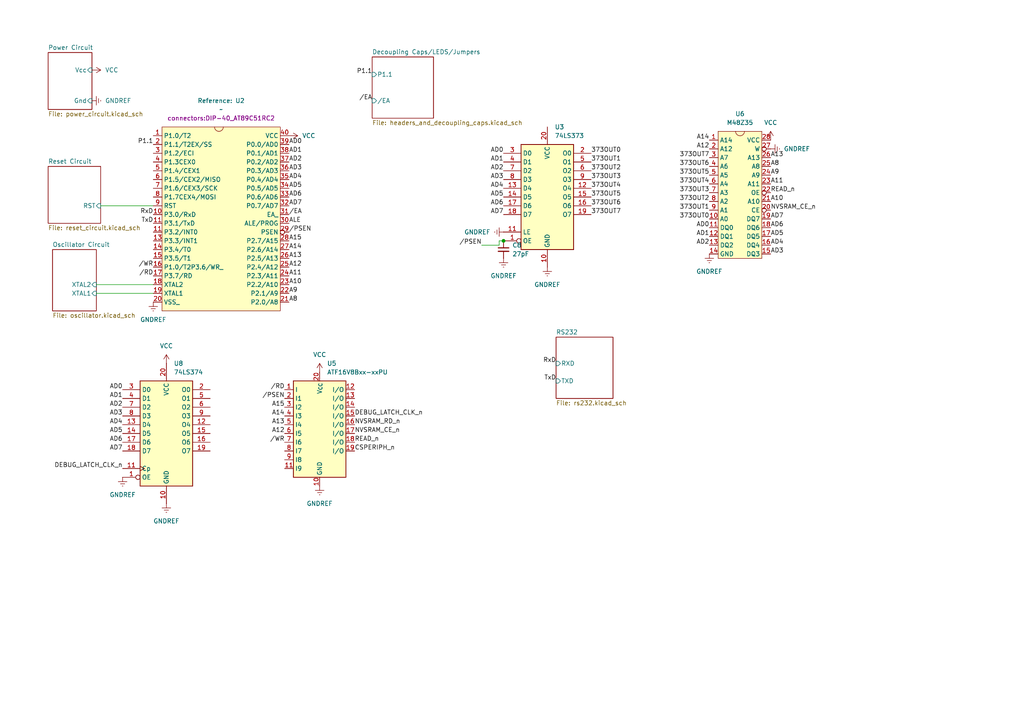
<source format=kicad_sch>
(kicad_sch (version 20250114) (generator "eeschema") (generator_version "9.0")
  (paper "A4")
  (lib_symbols
    (symbol "74xx:74LS373"
      (property "Reference" "U" (at -7.62 16.51 0))
      (property "Value" "74LS373" (at -7.62 -16.51 0))
      (symbol "74LS373_1_0"
        (pin input line (at -12.7 12.7 0) (length 5.08) (name "D0") (number "3"))
        (pin input line (at -12.7 10.16 0) (length 5.08) (name "D1") (number "4"))
        (pin input line (at -12.7 7.62 0) (length 5.08) (name "D2") (number "7"))
        (pin input line (at -12.7 5.08 0) (length 5.08) (name "D3") (number "8"))
        (pin input line (at -12.7 2.54 0) (length 5.08) (name "D4") (number "13"))
        (pin input line (at -12.7 0 0) (length 5.08) (name "D5") (number "14"))
        (pin input line (at -12.7 -2.54 0) (length 5.08) (name "D6") (number "17"))
        (pin input line (at -12.7 -5.08 0) (length 5.08) (name "D7") (number "18"))
        (pin input line (at -12.7 -10.16 0) (length 5.08) (name "LE") (number "11"))
        (pin input inverted (at -12.7 -12.7 0) (length 5.08) (name "OE") (number "1"))
        (pin power_in line (at 0 20.32 270) (length 5.08) (name "VCC") (number "20"))
        (pin power_in line (at 0 -20.32 90) (length 5.08) (name "GND") (number "10"))
        (pin tri_state line (at 12.7 12.7 180) (length 5.08) (name "O0") (number "2"))
        (pin tri_state line (at 12.7 10.16 180) (length 5.08) (name "O1") (number "5"))
        (pin tri_state line (at 12.7 7.62 180) (length 5.08) (name "O2") (number "6"))
        (pin tri_state line (at 12.7 5.08 180) (length 5.08) (name "O3") (number "9"))
        (pin tri_state line (at 12.7 2.54 180) (length 5.08) (name "O4") (number "12"))
        (pin tri_state line (at 12.7 0 180) (length 5.08) (name "O5") (number "15"))
        (pin tri_state line (at 12.7 -2.54 180) (length 5.08) (name "O6") (number "16"))
        (pin tri_state line (at 12.7 -5.08 180) (length 5.08) (name "O7") (number "19"))
      )
      (symbol "74LS373_1_1"
        (rectangle (start -7.62 15.24) (end 7.62 -15.24) (stroke (width 0.254)) (fill (type background)))
      )
    )
    (symbol "Device:C_Small" (pin_numbers (hide yes)) (pin_names (offset 0.254) (hide yes))
      (property "Reference" "C" (at 0.254 1.778 0))
      (property "Value" "C_Small" (at 0.254 -2.032 0))
      (symbol "C_Small_0_1"
        (polyline (pts (xy -1.524 0.508) (xy 1.524 0.508)) (stroke (width 0.3048)))
        (polyline (pts (xy -1.524 -0.508) (xy 1.524 -0.508)) (stroke (width 0.3302)))
      )
      (symbol "C_Small_1_1"
        (pin passive line (at 0 2.54 270) (length 2.032) (name "~") (number "1"))
        (pin passive line (at 0 -2.54 90) (length 2.032) (name "~") (number "2"))
      )
    )
    (symbol "ESD:74LS374"
      (property "Reference" "U4" (at 2.1941 20.32 0))
      (property "Value" "74LS374" (at 2.1941 17.78 0))
      (symbol "74LS374_1_0"
        (pin input line (at -12.7 12.7 0) (length 5.08) (name "D0") (number "3"))
        (pin input line (at -12.7 10.16 0) (length 5.08) (name "D1") (number "4"))
        (pin input line (at -12.7 7.62 0) (length 5.08) (name "D2") (number "7"))
        (pin input line (at -12.7 5.08 0) (length 5.08) (name "D3") (number "8"))
        (pin input line (at -12.7 2.54 0) (length 5.08) (name "D4") (number "13"))
        (pin input line (at -12.7 0 0) (length 5.08) (name "D5") (number "14"))
        (pin input line (at -12.7 -2.54 0) (length 5.08) (name "D6") (number "17"))
        (pin input line (at -12.7 -5.08 0) (length 5.08) (name "D7") (number "18"))
        (pin input clock (at -12.7 -10.16 0) (length 5.08) (name "Cp") (number "11"))
        (pin input inverted (at -12.7 -12.7 0) (length 5.08) (name "OE") (number "1"))
        (pin power_in line (at 0 20.32 270) (length 5.08) (name "VCC") (number "20"))
        (pin power_in line (at 0 -20.32 90) (length 5.08) (name "GND") (number "10"))
        (pin tri_state line (at 12.7 12.7 180) (length 5.08) (name "O0") (number "2"))
        (pin tri_state line (at 12.7 10.16 180) (length 5.08) (name "O1") (number "5"))
        (pin tri_state line (at 12.7 7.62 180) (length 5.08) (name "O2") (number "6"))
        (pin tri_state line (at 12.7 5.08 180) (length 5.08) (name "O3") (number "9"))
        (pin tri_state line (at 12.7 2.54 180) (length 5.08) (name "O4") (number "12"))
        (pin tri_state line (at 12.7 0 180) (length 5.08) (name "O5") (number "15"))
        (pin tri_state line (at 12.7 -2.54 180) (length 5.08) (name "O6") (number "16"))
        (pin tri_state line (at 12.7 -5.08 180) (length 5.08) (name "O7") (number "19"))
      )
      (symbol "74LS374_1_1"
        (rectangle (start -7.62 15.24) (end 7.62 -15.24) (stroke (width 0.254)) (fill (type background)))
      )
    )
    (symbol "ESD:AT89C51RC2"
      (property "Reference" "U" (at 0 6.35 0) (show_name))
      (property "Footprint" "connectors:DIP-40_AT89C51RC2" (at 16.51 1.27 0))
      (symbol "AT89C51RC2_1_1"
        (rectangle (start 0 0) (end 34.29 -53.34) (fill (type background)))
        (arc (start 16.51 -1.27) (mid 15.612 -0.898) (end 15.24 0))
        (arc (start 17.78 0) (mid 17.408 -0.898) (end 16.51 -1.27))
        (pin bidirectional line (at -2.54 -2.54 0) (length 2.54) (name "P1.0/T2") (number "1"))
        (pin bidirectional line (at -2.54 -5.08 0) (length 2.54) (name "P1.1/T2EX/SS") (number "2"))
        (pin bidirectional line (at -2.54 -7.62 0) (length 2.54) (name "P1.2/ECI") (number "3"))
        (pin bidirectional line (at -2.54 -10.16 0) (length 2.54) (name "P1.3CEX0") (number "4"))
        (pin bidirectional line (at -2.54 -12.7 0) (length 2.54) (name "P1.4/CEX1") (number "5"))
        (pin bidirectional line (at -2.54 -15.24 0) (length 2.54) (name "P1.5/CEX2/MISO") (number "6"))
        (pin bidirectional line (at -2.54 -17.78 0) (length 2.54) (name "P1.6/CEX3/SCK") (number "7"))
        (pin bidirectional line (at -2.54 -20.32 0) (length 2.54) (name "P1.7CEX4/MOSI") (number "8"))
        (pin bidirectional line (at -2.54 -22.86 0) (length 2.54) (name "RST") (number "9"))
        (pin input line (at -2.54 -25.4 0) (length 2.54) (name "P3.0/RxD") (number "10"))
        (pin output line (at -2.54 -27.94 0) (length 2.54) (name "P3.1/TxD") (number "11"))
        (pin bidirectional line (at -2.54 -30.48 0) (length 2.54) (name "P3.2/INT0") (number "11"))
        (pin bidirectional line (at -2.54 -33.02 0) (length 2.54) (name "P3.3/INT1") (number "13"))
        (pin bidirectional line (at -2.54 -35.56 0) (length 2.54) (name "P3.4/T0") (number "14"))
        (pin bidirectional line (at -2.54 -38.1 0) (length 2.54) (name "P3.5/T1") (number "15"))
        (pin bidirectional line (at -2.54 -40.64 0) (length 2.54) (name "P1.0/T2P3.6/WR_") (number "16"))
        (pin bidirectional line (at -2.54 -43.18 0) (length 2.54) (name "P3.7/RD") (number "17"))
        (pin unspecified line (at -2.54 -45.72 0) (length 2.54) (name "XTAL2") (number "18"))
        (pin unspecified line (at -2.54 -48.26 0) (length 2.54) (name "XTAL1") (number "19"))
        (pin unspecified line (at -2.54 -50.8 0) (length 2.54) (name "VSS_") (number "20"))
        (pin power_in line (at 36.83 -2.54 180) (length 2.54) (name "VCC") (number "40"))
        (pin bidirectional line (at 36.83 -5.08 180) (length 2.54) (name "P0.0/AD0") (number "39"))
        (pin bidirectional line (at 36.83 -7.62 180) (length 2.54) (name "P0.1/AD1") (number "38"))
        (pin bidirectional line (at 36.83 -10.16 180) (length 2.54) (name "P0.2/AD2") (number "37"))
        (pin bidirectional line (at 36.83 -12.7 180) (length 2.54) (name "P0.3/AD3") (number "36"))
        (pin bidirectional line (at 36.83 -15.24 180) (length 2.54) (name "P0.4/AD4") (number "35"))
        (pin bidirectional line (at 36.83 -17.78 180) (length 2.54) (name "P0.5/AD5") (number "34"))
        (pin bidirectional line (at 36.83 -20.32 180) (length 2.54) (name "P0.6/AD6") (number "33"))
        (pin bidirectional line (at 36.83 -22.86 180) (length 2.54) (name "P0.7/AD7") (number "32"))
        (pin input line (at 36.83 -25.4 180) (length 2.54) (name "EA_") (number "31"))
        (pin input line (at 36.83 -27.94 180) (length 2.54) (name "ALE/PROG") (number "30"))
        (pin input inverted (at 36.83 -30.48 180) (length 2.54) (name "PSEN") (number "29"))
        (pin bidirectional line (at 36.83 -33.02 180) (length 2.54) (name "P2.7/A15") (number "28"))
        (pin bidirectional line (at 36.83 -35.56 180) (length 2.54) (name "P2.6/A14") (number "27"))
        (pin bidirectional line (at 36.83 -38.1 180) (length 2.54) (name "P2.5/A13") (number "26"))
        (pin bidirectional line (at 36.83 -40.64 180) (length 2.54) (name "P2.4/A12") (number "25"))
        (pin bidirectional line (at 36.83 -43.18 180) (length 2.54) (name "P2.3/A11") (number "24"))
        (pin bidirectional line (at 36.83 -45.72 180) (length 2.54) (name "P2.2/A10") (number "23"))
        (pin bidirectional line (at 36.83 -48.26 180) (length 2.54) (name "P2.1/A9") (number "22"))
        (pin bidirectional line (at 36.83 -50.8 180) (length 2.54) (name "P2.0/A8") (number "21"))
      )
    )
    (symbol "ESD:M48z35"
      (property "Reference" "U6" (at 6.35 5.08 0))
      (property "Value" "M48Z35" (at 6.35 2.54 0))
      (symbol "M48z35_0_1"
        (arc (start 7.644 -0.024) (mid 7.2652 -0.9152) (end 6.374 -1.294))
        (arc (start 6.3543 -1.2743) (mid 5.456 -0.9024) (end 5.0843 -0.0043))
        (arc (start 8.89 -2.54) (mid 8.89 -2.54) (end 8.89 -2.54))
      )
      (symbol "M48z35_1_0"
        (pin input line (at -2.54 -2.54 0) (length 2.54) (name "A14") (number "1"))
        (pin input line (at -2.54 -5.08 0) (length 2.54) (name "A12") (number "2"))
        (pin input line (at -2.54 -7.62 0) (length 2.54) (name "A7") (number "3"))
        (pin input line (at -2.54 -10.16 0) (length 2.54) (name "A6") (number "4"))
        (pin input line (at -2.54 -12.7 0) (length 2.54) (name "A5") (number "5"))
        (pin input line (at -2.54 -15.24 0) (length 2.54) (name "A4") (number "6"))
        (pin input line (at -2.54 -17.78 0) (length 2.54) (name "A3") (number "7"))
        (pin input line (at -2.54 -20.32 0) (length 2.54) (name "A2") (number "8"))
        (pin input line (at -2.54 -22.86 0) (length 2.54) (name "A1") (number "9"))
        (pin input line (at -2.54 -25.4 0) (length 2.54) (name "A0") (number "10"))
        (pin output line (at -2.54 -27.94 0) (length 2.54) (name "DQ0") (number "11"))
        (pin output line (at -2.54 -30.48 0) (length 2.54) (name "DQ1") (number "12"))
        (pin output line (at -2.54 -33.02 0) (length 2.54) (name "DQ2") (number "13"))
        (pin power_out line (at -2.54 -35.56 0) (length 2.54) (name "GND") (number "14"))
        (pin power_in line (at 15.24 -2.54 180) (length 2.54) (name "VCC") (number "28"))
        (pin input inverted (at 15.24 -5.08 180) (length 2.54) (name "W") (number "27"))
        (pin input line (at 15.24 -7.62 180) (length 2.54) (name "A13") (number "26"))
        (pin input line (at 15.24 -10.16 180) (length 2.54) (name "A8") (number "25"))
        (pin input line (at 15.24 -12.7 180) (length 2.54) (name "A9") (number "24"))
        (pin input line (at 15.24 -15.24 180) (length 2.54) (name "A11") (number "23"))
        (pin input inverted (at 15.24 -17.78 180) (length 2.54) (name "OE") (number "22"))
        (pin input line (at 15.24 -20.32 180) (length 2.54) (name "A10") (number "21"))
        (pin input inverted (at 15.24 -22.86 180) (length 2.54) (name "CE") (number "20"))
        (pin output line (at 15.24 -25.4 180) (length 2.54) (name "DQ7") (number "19"))
        (pin output line (at 15.24 -27.94 180) (length 2.54) (name "DQ6") (number "18"))
        (pin output line (at 15.24 -30.48 180) (length 2.54) (name "DQ5") (number "17"))
        (pin output line (at 15.24 -33.02 180) (length 2.54) (name "DQ4") (number "16"))
        (pin output line (at 15.24 -35.56 180) (length 2.54) (name "DQ3") (number "15"))
      )
      (symbol "M48z35_1_1"
        (rectangle (start 0 0) (end 12.7 -36.83) (fill (type background)))
      )
    )
    (symbol "Logic_Programmable:ATF16V8Bxx-xxPU"
      (property "Reference" "U" (at -7.366 16.764 0))
      (property "Value" "ATF16V8Bxx-xxPU" (at 1.27 16.764 0))
      (symbol "ATF16V8Bxx-xxPU_0_0"
        (pin power_in line (at 0 -15.24 90) (length 2.54) (name "GND") (number "10"))
      )
      (symbol "ATF16V8Bxx-xxPU_0_1"
        (rectangle (start -7.62 15.24) (end 7.62 -12.7) (stroke (width 0.254)) (fill (type background)))
      )
      (symbol "ATF16V8Bxx-xxPU_1_0"
        (pin power_in line (at 0 17.78 270) (length 2.54) (name "V_{CC}") (number "20"))
      )
      (symbol "ATF16V8Bxx-xxPU_1_1"
        (pin input line (at -10.16 12.7 0) (length 2.54) (name "I") (number "1"))
        (pin input line (at -10.16 10.16 0) (length 2.54) (name "I1") (number "2"))
        (pin input line (at -10.16 7.62 0) (length 2.54) (name "I2") (number "3"))
        (pin input line (at -10.16 5.08 0) (length 2.54) (name "I3") (number "4"))
        (pin input line (at -10.16 2.54 0) (length 2.54) (name "I4") (number "5"))
        (pin input line (at -10.16 0 0) (length 2.54) (name "I5") (number "6"))
        (pin input line (at -10.16 -2.54 0) (length 2.54) (name "I6") (number "7"))
        (pin input line (at -10.16 -5.08 0) (length 2.54) (name "I7") (number "8"))
        (pin input line (at -10.16 -7.62 0) (length 2.54) (name "I8") (number "9"))
        (pin input line (at -10.16 -10.16 0) (length 2.54) (name "I9") (number "11"))
        (pin bidirectional line (at 10.16 12.7 180) (length 2.54) (name "I/O") (number "12"))
        (pin bidirectional line (at 10.16 10.16 180) (length 2.54) (name "I/O") (number "13"))
        (pin bidirectional line (at 10.16 7.62 180) (length 2.54) (name "I/O") (number "14"))
        (pin bidirectional line (at 10.16 5.08 180) (length 2.54) (name "I/O") (number "15"))
        (pin bidirectional line (at 10.16 2.54 180) (length 2.54) (name "I/O") (number "16"))
        (pin bidirectional line (at 10.16 0 180) (length 2.54) (name "I/O") (number "17"))
        (pin bidirectional line (at 10.16 -2.54 180) (length 2.54) (name "I/O") (number "18"))
        (pin bidirectional line (at 10.16 -5.08 180) (length 2.54) (name "I/O") (number "19"))
      )
    )
    (symbol "power:GNDREF" (power) (pin_numbers (hide yes)) (pin_names (offset 0) (hide yes))
      (property "Value" "GNDREF" (at 0 -3.81 0))
      (symbol "GNDREF_0_1"
        (polyline (pts (xy -0.635 -1.905) (xy 0.635 -1.905)))
        (polyline (pts (xy -0.127 -2.54) (xy 0.127 -2.54)))
        (polyline (pts (xy 0 -1.27) (xy 0 0)))
        (polyline (pts (xy 1.27 -1.27) (xy -1.27 -1.27)))
      )
      (symbol "GNDREF_1_1"
        (pin power_in line (at 0 0 270) (length 0) (name "~") (number "1"))
      )
    )
    (symbol "power:VCC" (power) (pin_numbers (hide yes)) (pin_names (offset 0) (hide yes))
      (property "Value" "VCC" (at 0 3.556 0))
      (symbol "VCC_0_1"
        (polyline (pts (xy -0.762 1.27) (xy 0 2.54)))
        (polyline (pts (xy 0 2.54) (xy 0.762 1.27)))
        (polyline (pts (xy 0 0) (xy 0 2.54)))
      )
      (symbol "VCC_1_1"
        (pin power_in line (at 0 0 90) (length 0) (name "~") (number "1"))
      )
    )
  )
  (junction (at 146.05 69.85))
  (wire (pts (xy 27.94 85.09) (xy 44.45 85.09)))
  (wire (pts (xy 139.7 71.12) (xy 144.78 71.12)))
  (wire (pts (xy 144.78 69.85) (xy 146.05 69.85)))
  (wire (pts (xy 144.78 71.12) (xy 144.78 69.85)))
  (wire (pts (xy 44.45 82.55) (xy 27.94 82.55)))
  (wire (pts (xy 29.21 59.69) (xy 44.45 59.69)))
  (label "373OUT7" (at 171.45 62.23 0))
  (label "373OUT5" (at 205.74 50.8 180))
  (label "373OUT5" (at 171.45 57.15 0))
  (label "373OUT1" (at 205.74 60.96 180))
  (label "AD0" (at 146.05 44.45 180))
  (label "READ_n" (at 223.52 55.88 0))
  (label "NVSRAM_CE_n" (at 223.52 60.96 0))
  (label "AD6" (at 83.82 57.15 0))
  (label "A13" (at 223.52 45.72 0))
  (label "{slash}WR" (at 44.45 77.47 180))
  (label "A8" (at 223.52 48.26 0))
  (label "A12" (at 82.55 125.73 180))
  (label "373OUT6" (at 205.74 48.26 180))
  (label "TxD" (at 161.29 110.49 180))
  (label "AD1" (at 146.05 46.99 180))
  (label "AD2" (at 35.56 118.11 180))
  (label "AD6" (at 146.05 59.69 180))
  (label "AD3" (at 146.05 52.07 180))
  (label "AD7" (at 83.82 59.69 0))
  (label "{slash}RD" (at 44.45 80.01 180))
  (label "DEBUG_LATCH_CLK_n" (at 35.56 135.89 180))
  (label "AD2" (at 205.74 71.12 180))
  (label "{slash}WR" (at 82.55 128.27 180))
  (label "AD4" (at 223.52 71.12 0))
  (label "NVSRAM_RD_n" (at 102.87 123.19 0))
  (label "373OUT3" (at 171.45 52.07 0))
  (label "A15" (at 83.82 69.85 0))
  (label "373OUT2" (at 171.45 49.53 0))
  (label "READ_n" (at 102.87 128.27 0))
  (label "A12" (at 83.82 77.47 0))
  (label "AD3" (at 223.52 73.66 0))
  (label "A11" (at 223.52 53.34 0))
  (label "A9" (at 223.52 50.8 0))
  (label "A14" (at 205.74 40.64 180))
  (label "A15" (at 82.55 118.11 180))
  (label "AD5" (at 35.56 125.73 180))
  (label "/PSEN" (at 83.82 67.31 0))
  (label "A12" (at 205.74 43.18 180))
  (label "A14" (at 83.82 72.39 0))
  (label "RxD" (at 161.29 105.41 180))
  (label "A10" (at 83.82 82.55 0))
  (label "AD0" (at 35.56 113.03 180))
  (label "AD0" (at 83.82 41.91 0))
  (label "AD5" (at 83.82 54.61 0))
  (label "AD7" (at 35.56 130.81 180))
  (label "AD1" (at 35.56 115.57 180))
  (label "NVSRAM_CE_n" (at 102.87 125.73 0))
  (label "373OUT3" (at 205.74 55.88 180))
  (label "AD5" (at 223.52 68.58 0))
  (label "AD1" (at 83.82 44.45 0))
  (label "AD4" (at 35.56 123.19 180))
  (label "373OUT2" (at 205.74 58.42 180))
  (label "373OUT1" (at 171.45 46.99 0))
  (label "AD7" (at 223.52 63.5 0))
  (label "P1.1" (at 44.45 41.91 180))
  (label "AD4" (at 83.82 52.07 0))
  (label "CSPERIPH_n" (at 102.87 130.81 0))
  (label "AD3" (at 83.82 49.53 0))
  (label "AD3" (at 35.56 120.65 180))
  (label "ALE" (at 83.82 64.77 0))
  (label "{slash}EA" (at 83.82 62.23 0))
  (label "AD7" (at 146.05 62.23 180))
  (label "A11" (at 83.82 80.01 0))
  (label "373OUT7" (at 205.74 45.72 180))
  (label "373OUT6" (at 171.45 59.69 0))
  (label "373OUT4" (at 205.74 53.34 180))
  (label "AD5" (at 146.05 57.15 180))
  (label "{slash}RD" (at 82.55 113.03 180))
  (label "AD6" (at 223.52 66.04 0))
  (label "RxD" (at 44.45 62.23 180))
  (label "373OUT4" (at 171.45 54.61 0))
  (label "A8" (at 83.82 87.63 0))
  (label "/PSEN" (at 82.55 115.57 180))
  (label "DEBUG_LATCH_CLK_n" (at 102.87 120.65 0))
  (label "AD6" (at 35.56 128.27 180))
  (label "TxD" (at 44.45 64.77 180))
  (label "A14" (at 82.55 120.65 180))
  (label "A9" (at 83.82 85.09 0))
  (label "{slash}PSEN" (at 139.7 71.12 180))
  (label "AD1" (at 205.74 68.58 180))
  (label "AD2" (at 83.82 46.99 0))
  (label "A13" (at 83.82 74.93 0))
  (label "A10" (at 223.52 58.42 0))
  (label "AD4" (at 146.05 54.61 180))
  (label "A13" (at 82.55 123.19 180))
  (label "373OUT0" (at 205.74 63.5 180))
  (label "P1.1" (at 107.95 21.59 180))
  (label "{slash}EA" (at 107.95 29.21 180))
  (label "AD2" (at 146.05 49.53 180))
  (label "373OUT0" (at 171.45 44.45 0))
  (label "AD0" (at 205.74 66.04 180))
  (symbol (lib_id "power:VCC") (at 48.26 105.41 0) (unit 1)
    (property "Reference" "#PWR030" (effects (hide yes)))
    (property "Value" "VCC" (at 48.26 100.33 0))
    (property "Description" "Power symbol creates a global label with name \"VCC\"" (effects (hide yes)))
  )
  (symbol (lib_id "ESD:74LS374") (at 48.26 125.73 0) (unit 1)
    (property "Reference" "U8" (at 50.4033 105.41 0) (effects (justify left)))
    (property "Value" "74LS374" (at 50.4033 107.95 0) (effects (justify left)))
    (property "Datasheet" "http://www.ti.com/lit/gpn/sn74LS374" (effects (hide yes)))
  )
  (symbol (lib_id "power:VCC") (at 26.67 20.32 270) (mirror x) (unit 1)
    (property "Reference" "#PWR013" (effects (hide yes)))
    (property "Value" "VCC" (at 30.48 20.3199 90) (effects (justify left)))
    (property "Description" "Power symbol creates a global label with name \"VCC\"" (effects (hide yes)))
  )
  (symbol (lib_id "power:GNDREF") (at 92.71 140.97 0) (unit 1)
    (property "Reference" "#PWR012" (effects (hide yes)))
    (property "Value" "GNDREF" (at 92.71 146.05 0))
    (property "Description" "Power symbol creates a global label with name \"GNDREF\" , reference supply ground" (effects (hide yes)))
  )
  (symbol (lib_id "Logic_Programmable:ATF16V8Bxx-xxPU") (at 92.71 125.73 0) (unit 1)
    (property "Reference" "U5" (at 94.8533 105.41 0) (effects (justify left)))
    (property "Value" "ATF16V8Bxx-xxPU" (at 94.8533 107.95 0) (effects (justify left)))
    (property "Footprint" "Package_DIP:DIP-20_W7.62mm" (effects (hide yes)))
    (property "Datasheet" "https://ww1.microchip.com/downloads/en/DeviceDoc/Atmel-0364-PLD-ATF16V8B-8BQ-8BQL-Datasheet.pdf" (effects (hide yes)))
    (property "Description" "High-performance EE PLD, PAL Device Emulation / PAL Replacement, DIP-20" (effects (hide yes)))
  )
  (symbol (lib_id "power:GNDREF") (at 44.45 87.63 0) (unit 1)
    (property "Reference" "#PWR015" (effects (hide yes)))
    (property "Value" "GNDREF" (at 44.45 92.71 0))
    (property "Description" "Power symbol creates a global label with name \"GNDREF\" , reference supply ground" (effects (hide yes)))
  )
  (symbol (lib_id "power:VCC") (at 92.71 107.95 0) (unit 1)
    (property "Reference" "#PWR029" (effects (hide yes)))
    (property "Value" "VCC" (at 92.71 102.87 0))
    (property "Description" "Power symbol creates a global label with name \"VCC\"" (effects (hide yes)))
  )
  (symbol (lib_id "power:GNDREF") (at 205.74 73.66 0) (unit 1)
    (property "Reference" "#PWR020" (effects (hide yes)))
    (property "Value" "GNDREF" (at 205.74 78.74 0))
    (property "Description" "Power symbol creates a global label with name \"GNDREF\" , reference supply ground" (effects (hide yes)))
  )
  (symbol (lib_id "power:GNDREF") (at 26.67 29.21 90) (unit 1)
    (property "Reference" "#PWR09" (effects (hide yes)))
    (property "Value" "GNDREF" (at 30.48 29.2099 90) (effects (justify right)))
    (property "Description" "Power symbol creates a global label with name \"GNDREF\" , reference supply ground" (effects (hide yes)))
  )
  (symbol (lib_id "power:GNDREF") (at 48.26 146.05 0) (unit 1)
    (property "Reference" "#PWR031" (effects (hide yes)))
    (property "Value" "GNDREF" (at 48.26 151.13 0))
    (property "Description" "Power symbol creates a global label with name \"GNDREF\" , reference supply ground" (effects (hide yes)))
  )
  (symbol (lib_id "74xx:74LS373") (at 158.75 57.15 0) (unit 1)
    (property "Reference" "U3" (at 160.8933 36.83 0) (effects (justify left)))
    (property "Value" "74LS373" (at 160.8933 39.37 0) (effects (justify left)))
    (property "Datasheet" "http://www.ti.com/lit/gpn/sn74LS373" (effects (hide yes)))
    (property "Description" "8-bit Latch, 3-state outputs" (effects (hide yes)))
  )
  (symbol (lib_id "power:GNDREF") (at 146.05 67.31 270) (unit 1)
    (property "Reference" "#PWR011" (effects (hide yes)))
    (property "Value" "GNDREF" (at 142.24 67.3099 90) (effects (justify right)))
    (property "Description" "Power symbol creates a global label with name \"GNDREF\" , reference supply ground" (effects (hide yes)))
  )
  (symbol (lib_id "power:GNDREF") (at 146.05 74.93 0) (unit 1)
    (property "Reference" "#PWR07" (effects (hide yes)))
    (property "Value" "GNDREF" (at 146.05 80.01 0))
    (property "Description" "Power symbol creates a global label with name \"GNDREF\" , reference supply ground" (effects (hide yes)))
  )
  (symbol (lib_id "power:VCC") (at 223.52 40.64 0) (unit 1)
    (property "Reference" "#PWR018" (effects (hide yes)))
    (property "Value" "VCC" (at 223.52 35.56 0))
    (property "Description" "Power symbol creates a global label with name \"VCC\"" (effects (hide yes)))
  )
  (symbol (lib_id "ESD:M48z35") (at 208.28 38.1 0) (unit 1)
    (property "Reference" "U6" (at 214.63 33.02 0))
    (property "Value" "M48Z35" (at 214.63 35.56 0))
  )
  (symbol (lib_id "power:GNDREF") (at 158.75 77.47 0) (unit 1)
    (property "Reference" "#PWR08" (effects (hide yes)))
    (property "Value" "GNDREF" (at 158.75 82.55 0))
    (property "Description" "Power symbol creates a global label with name \"GNDREF\" , reference supply ground" (effects (hide yes)))
  )
  (symbol (lib_id "Device:C_Small") (at 146.05 72.39 0) (unit 1)
    (property "Reference" "C8" (at 148.59 71.1262 0) (effects (justify left)))
    (property "Value" "27pF" (at 148.59 73.6662 0) (effects (justify left)))
    (property "Description" "Unpolarized capacitor, small symbol" (effects (hide yes)))
  )
  (symbol (lib_id "power:VCC") (at 83.82 39.37 270) (unit 1)
    (property "Reference" "#PWR017" (effects (hide yes)))
    (property "Value" "VCC" (at 87.63 39.3699 90) (effects (justify left)))
    (property "Description" "Power symbol creates a global label with name \"VCC\"" (effects (hide yes)))
  )
  (symbol (lib_id "power:GNDREF") (at 223.52 43.18 90) (unit 1)
    (property "Reference" "#PWR019" (effects (hide yes)))
    (property "Value" "GNDREF" (at 227.33 43.1799 90) (effects (justify right)))
    (property "Description" "Power symbol creates a global label with name \"GNDREF\" , reference supply ground" (effects (hide yes)))
  )
  (symbol (lib_id "ESD:AT89C51RC2") (at 46.99 36.83 0) (unit 1)
    (property "Reference" "U2" (at 64.135 29.21 0) (show_name yes))
    (property "Value" "~" (at 64.135 31.75 0))
    (property "Footprint" "connectors:DIP-40_AT89C51RC2" (at 64.135 34.29 0))
  )
  (symbol (lib_id "power:GNDREF") (at 35.56 138.43 0) (unit 1)
    (property "Reference" "#PWR032" (effects (hide yes)))
    (property "Value" "GNDREF" (at 35.56 143.51 0))
    (property "Description" "Power symbol creates a global label with name \"GNDREF\" , reference supply ground" (effects (hide yes)))
  )
  (sheet (at 107.95 16.51) (size 17.78 17.78) (stroke (width 0.1524))
    (property "Sheetname" "Decoupling Caps/LEDS/Jumpers" (at 107.95 15.7984 0) (effects (justify left bottom)))
    (property "Sheetfile" "headers_and_decoupling_caps.kicad_sch" (at 107.95 34.8746 0) (effects (justify left top)))
    (pin "P1.1" input (at 107.95 21.59 180))
    (pin "{slash}EA" input (at 107.95 29.21 180))
  )
  (sheet (at 13.97 15.24) (size 12.7 16.51) (stroke (width 0.1524))
    (property "Sheetname" "Power Circuit" (at 13.97 14.5284 0) (effects (justify left bottom)))
    (property "Sheetfile" "power_circuit.kicad_sch" (at 13.97 32.3346 0) (effects (justify left top)))
    (pin "Gnd" input (at 26.67 29.21 0))
    (pin "Vcc" input (at 26.67 20.32 0))
  )
  (sheet (at 161.29 97.79) (size 16.51 17.78) (stroke (width 0.1524))
    (property "Sheetname" "RS232" (at 161.29 97.0784 0) (effects (justify left bottom)))
    (property "Sheetfile" "rs232.kicad_sch" (at 161.29 116.1546 0) (effects (justify left top)))
    (pin "RXD" input (at 161.29 105.41 180))
    (pin "TXD" input (at 161.29 110.49 180))
  )
  (sheet (at 15.24 72.39) (size 12.7 17.78) (stroke (width 0.1524))
    (property "Sheetname" "Oscillator Circuit" (at 15.24 71.6784 0) (effects (justify left bottom)))
    (property "Sheetfile" "oscillator.kicad_sch" (at 15.24 90.7546 0) (effects (justify left top)))
    (pin "XTAL1" input (at 27.94 85.09 0))
    (pin "XTAL2" input (at 27.94 82.55 0))
  )
  (sheet (at 13.97 48.26) (size 15.24 16.51) (stroke (width 0.1524))
    (property "Sheetname" "Reset Circuit" (at 13.97 47.5484 0) (effects (justify left bottom)))
    (property "Sheetfile" "reset_circuit.kicad_sch" (at 13.97 65.3546 0) (effects (justify left top)))
    (pin "RST" input (at 29.21 59.69 0))
  )
)
</source>
